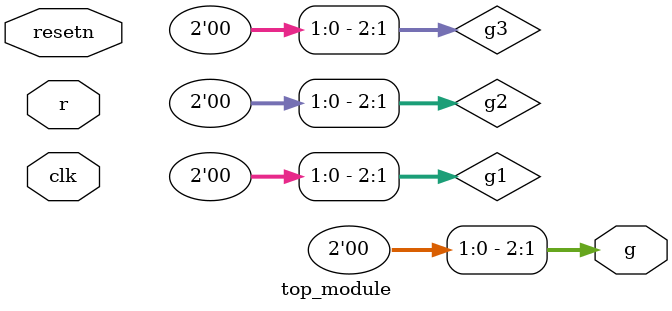
<source format=sv>
module top_module (
	input clk,
	input resetn,
	input [2:0] r,
	output [2:0] g
);

	// Define FSM states as parameters
	parameter A = 3'b000;
	parameter B = 3'b001;
	parameter C = 3'b010;
	parameter D = 3'b011;

	// Define state and next_state variables
	reg [2:0] state;
	reg [2:0] next_state;

	// Define g1, g2, g3 outputs
	reg [2:0] g1;
	reg [2:0] g2;
	reg [2:0] g3;

	// State transition and output logic
	always @(posedge clk or negedge resetn) begin
		if (~resetn) begin
			state <= A;
		end else begin
			state <= next_state;
		end
	end

	always @(*) begin
		g1 = {1'b0, (state == B)};
		g2 = {1'b0, (state == C)};
		g3 = {1'b0, (state == D)};
	end

	// Next state and output generation logic
	always @(*) begin
		case (state)
			A: begin
				if (r[1] && ~r[2] && ~r[3])
					next_state = B;
				else if (r[2] && ~r[1] && ~r[3])
					next_state = C;
				else if (~r[1] && ~r[2] && ~r[3])
					next_state = D;
				else
					next_state = A;
			end
			B: begin
				if (r[1])
					next_state = B;
				else if (g1[1])
					next_state = B;
				else
					next_state = A;
			end
			C: begin
				if (r[2])
					next_state = C;
				else if (g2[2])
					next_state = C;
				else
					next_state = A;
			end
			D: begin
				next_state = A;
			end
		endcase
	end

	// Assign outputs
	assign g[1] = g1[1];
	assign g[2] = g2[2];
	assign g[3] = g3[3];
endmodule

</source>
